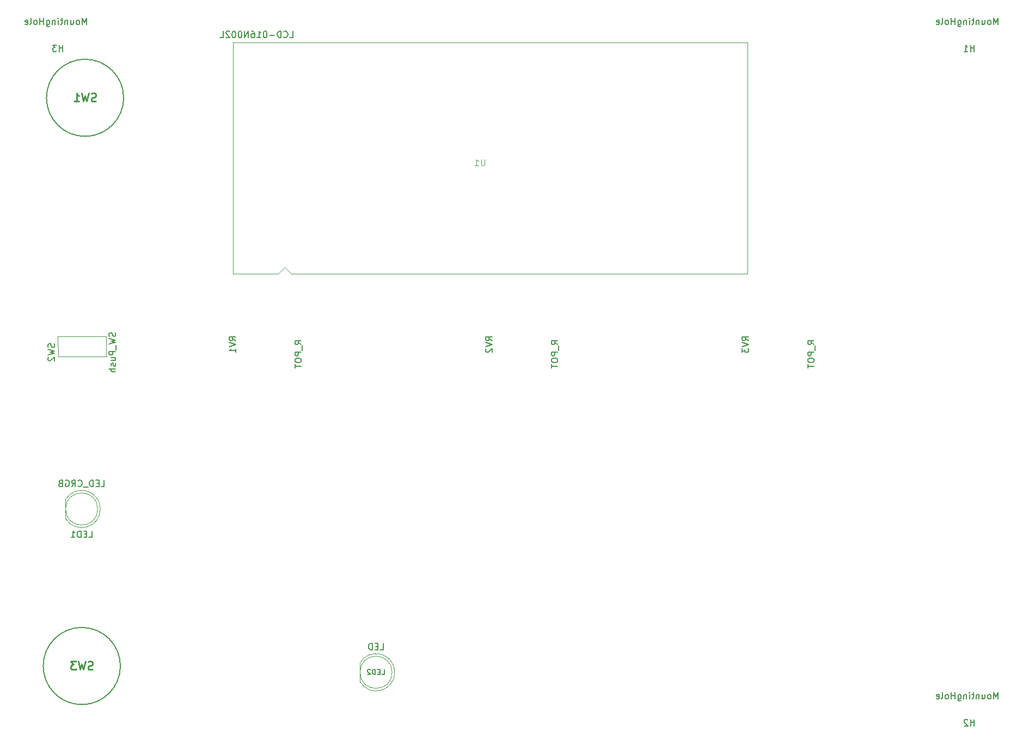
<source format=gbr>
G04 #@! TF.GenerationSoftware,KiCad,Pcbnew,(5.1.5)-3*
G04 #@! TF.CreationDate,2020-05-04T10:21:06+03:00*
G04 #@! TF.ProjectId,respirator-control_rev2,72657370-6972-4617-946f-722d636f6e74,rev?*
G04 #@! TF.SameCoordinates,Original*
G04 #@! TF.FileFunction,Other,Fab,Bot*
%FSLAX46Y46*%
G04 Gerber Fmt 4.6, Leading zero omitted, Abs format (unit mm)*
G04 Created by KiCad (PCBNEW (5.1.5)-3) date 2020-05-04 10:21:06*
%MOMM*%
%LPD*%
G04 APERTURE LIST*
%ADD10C,0.100000*%
%ADD11C,0.200000*%
%ADD12C,0.150000*%
%ADD13C,0.254000*%
G04 APERTURE END LIST*
D10*
X138052500Y-147900694D02*
X138052500Y-144961306D01*
X143052500Y-146431000D02*
G75*
G03X143052500Y-146431000I-2500000J0D01*
G01*
X138052484Y-144961334D02*
G75*
G02X138052500Y-147900694I2500016J-1469666D01*
G01*
D11*
X134576000Y-170855000D02*
X134576000Y-170855000D01*
X146576000Y-170855000D02*
X146576000Y-170855000D01*
X146576000Y-170855000D02*
G75*
G03X134576000Y-170855000I-6000000J0D01*
G01*
X134576000Y-170855000D02*
G75*
G03X146576000Y-170855000I6000000J0D01*
G01*
X135084000Y-82463000D02*
X135084000Y-82463000D01*
X147084000Y-82463000D02*
X147084000Y-82463000D01*
X147084000Y-82463000D02*
G75*
G03X135084000Y-82463000I-6000000J0D01*
G01*
X135084000Y-82463000D02*
G75*
G03X147084000Y-82463000I6000000J0D01*
G01*
D10*
X183835984Y-170361334D02*
G75*
G02X183836000Y-173300694I2500016J-1469666D01*
G01*
X188836000Y-171831000D02*
G75*
G03X188836000Y-171831000I-2500000J0D01*
G01*
X183836000Y-173300694D02*
X183836000Y-170361306D01*
X164112000Y-73815000D02*
X164112000Y-109815000D01*
X244112000Y-73815000D02*
X164112000Y-73815000D01*
X244112000Y-109815000D02*
X244112000Y-73815000D01*
X173112000Y-109815000D02*
X244112000Y-109815000D01*
X171112000Y-109815000D02*
X164112000Y-109815000D01*
X172112000Y-108815000D02*
X171112000Y-109815000D01*
X173112000Y-109815000D02*
X172112000Y-108815000D01*
X144426000Y-122667000D02*
X136926000Y-122667000D01*
X144366000Y-119547000D02*
X144366000Y-122667000D01*
X136866000Y-119547000D02*
X136876000Y-122687000D01*
X144366000Y-119547000D02*
X136866000Y-119547000D01*
D12*
X143576309Y-142923380D02*
X144052500Y-142923380D01*
X144052500Y-141923380D01*
X143242976Y-142399571D02*
X142909642Y-142399571D01*
X142766785Y-142923380D02*
X143242976Y-142923380D01*
X143242976Y-141923380D01*
X142766785Y-141923380D01*
X142338214Y-142923380D02*
X142338214Y-141923380D01*
X142100119Y-141923380D01*
X141957261Y-141971000D01*
X141862023Y-142066238D01*
X141814404Y-142161476D01*
X141766785Y-142351952D01*
X141766785Y-142494809D01*
X141814404Y-142685285D01*
X141862023Y-142780523D01*
X141957261Y-142875761D01*
X142100119Y-142923380D01*
X142338214Y-142923380D01*
X141576309Y-143018619D02*
X140814404Y-143018619D01*
X140004880Y-142828142D02*
X140052500Y-142875761D01*
X140195357Y-142923380D01*
X140290595Y-142923380D01*
X140433452Y-142875761D01*
X140528690Y-142780523D01*
X140576309Y-142685285D01*
X140623928Y-142494809D01*
X140623928Y-142351952D01*
X140576309Y-142161476D01*
X140528690Y-142066238D01*
X140433452Y-141971000D01*
X140290595Y-141923380D01*
X140195357Y-141923380D01*
X140052500Y-141971000D01*
X140004880Y-142018619D01*
X139004880Y-142923380D02*
X139338214Y-142447190D01*
X139576309Y-142923380D02*
X139576309Y-141923380D01*
X139195357Y-141923380D01*
X139100119Y-141971000D01*
X139052500Y-142018619D01*
X139004880Y-142113857D01*
X139004880Y-142256714D01*
X139052500Y-142351952D01*
X139100119Y-142399571D01*
X139195357Y-142447190D01*
X139576309Y-142447190D01*
X138052500Y-141971000D02*
X138147738Y-141923380D01*
X138290595Y-141923380D01*
X138433452Y-141971000D01*
X138528690Y-142066238D01*
X138576309Y-142161476D01*
X138623928Y-142351952D01*
X138623928Y-142494809D01*
X138576309Y-142685285D01*
X138528690Y-142780523D01*
X138433452Y-142875761D01*
X138290595Y-142923380D01*
X138195357Y-142923380D01*
X138052500Y-142875761D01*
X138004880Y-142828142D01*
X138004880Y-142494809D01*
X138195357Y-142494809D01*
X137242976Y-142399571D02*
X137100119Y-142447190D01*
X137052500Y-142494809D01*
X137004880Y-142590047D01*
X137004880Y-142732904D01*
X137052500Y-142828142D01*
X137100119Y-142875761D01*
X137195357Y-142923380D01*
X137576309Y-142923380D01*
X137576309Y-141923380D01*
X137242976Y-141923380D01*
X137147738Y-141971000D01*
X137100119Y-142018619D01*
X137052500Y-142113857D01*
X137052500Y-142209095D01*
X137100119Y-142304333D01*
X137147738Y-142351952D01*
X137242976Y-142399571D01*
X137576309Y-142399571D01*
X141671547Y-150843380D02*
X142147738Y-150843380D01*
X142147738Y-149843380D01*
X141338214Y-150319571D02*
X141004880Y-150319571D01*
X140862023Y-150843380D02*
X141338214Y-150843380D01*
X141338214Y-149843380D01*
X140862023Y-149843380D01*
X140433452Y-150843380D02*
X140433452Y-149843380D01*
X140195357Y-149843380D01*
X140052500Y-149891000D01*
X139957261Y-149986238D01*
X139909642Y-150081476D01*
X139862023Y-150271952D01*
X139862023Y-150414809D01*
X139909642Y-150605285D01*
X139957261Y-150700523D01*
X140052500Y-150795761D01*
X140195357Y-150843380D01*
X140433452Y-150843380D01*
X138909642Y-150843380D02*
X139481071Y-150843380D01*
X139195357Y-150843380D02*
X139195357Y-149843380D01*
X139290595Y-149986238D01*
X139385833Y-150081476D01*
X139481071Y-150129095D01*
X254472380Y-120824809D02*
X253996190Y-120491476D01*
X254472380Y-120253380D02*
X253472380Y-120253380D01*
X253472380Y-120634333D01*
X253520000Y-120729571D01*
X253567619Y-120777190D01*
X253662857Y-120824809D01*
X253805714Y-120824809D01*
X253900952Y-120777190D01*
X253948571Y-120729571D01*
X253996190Y-120634333D01*
X253996190Y-120253380D01*
X254567619Y-121015285D02*
X254567619Y-121777190D01*
X254472380Y-122015285D02*
X253472380Y-122015285D01*
X253472380Y-122396238D01*
X253520000Y-122491476D01*
X253567619Y-122539095D01*
X253662857Y-122586714D01*
X253805714Y-122586714D01*
X253900952Y-122539095D01*
X253948571Y-122491476D01*
X253996190Y-122396238D01*
X253996190Y-122015285D01*
X253472380Y-123205761D02*
X253472380Y-123396238D01*
X253520000Y-123491476D01*
X253615238Y-123586714D01*
X253805714Y-123634333D01*
X254139047Y-123634333D01*
X254329523Y-123586714D01*
X254424761Y-123491476D01*
X254472380Y-123396238D01*
X254472380Y-123205761D01*
X254424761Y-123110523D01*
X254329523Y-123015285D01*
X254139047Y-122967666D01*
X253805714Y-122967666D01*
X253615238Y-123015285D01*
X253520000Y-123110523D01*
X253472380Y-123205761D01*
X253472380Y-123920047D02*
X253472380Y-124491476D01*
X254472380Y-124205761D02*
X253472380Y-124205761D01*
X244272380Y-120255761D02*
X243796190Y-119922428D01*
X244272380Y-119684333D02*
X243272380Y-119684333D01*
X243272380Y-120065285D01*
X243320000Y-120160523D01*
X243367619Y-120208142D01*
X243462857Y-120255761D01*
X243605714Y-120255761D01*
X243700952Y-120208142D01*
X243748571Y-120160523D01*
X243796190Y-120065285D01*
X243796190Y-119684333D01*
X243272380Y-120541476D02*
X244272380Y-120874809D01*
X243272380Y-121208142D01*
X243272380Y-121446238D02*
X243272380Y-122065285D01*
X243653333Y-121731952D01*
X243653333Y-121874809D01*
X243700952Y-121970047D01*
X243748571Y-122017666D01*
X243843809Y-122065285D01*
X244081904Y-122065285D01*
X244177142Y-122017666D01*
X244224761Y-121970047D01*
X244272380Y-121874809D01*
X244272380Y-121589095D01*
X244224761Y-121493857D01*
X244177142Y-121446238D01*
X214594380Y-120824809D02*
X214118190Y-120491476D01*
X214594380Y-120253380D02*
X213594380Y-120253380D01*
X213594380Y-120634333D01*
X213642000Y-120729571D01*
X213689619Y-120777190D01*
X213784857Y-120824809D01*
X213927714Y-120824809D01*
X214022952Y-120777190D01*
X214070571Y-120729571D01*
X214118190Y-120634333D01*
X214118190Y-120253380D01*
X214689619Y-121015285D02*
X214689619Y-121777190D01*
X214594380Y-122015285D02*
X213594380Y-122015285D01*
X213594380Y-122396238D01*
X213642000Y-122491476D01*
X213689619Y-122539095D01*
X213784857Y-122586714D01*
X213927714Y-122586714D01*
X214022952Y-122539095D01*
X214070571Y-122491476D01*
X214118190Y-122396238D01*
X214118190Y-122015285D01*
X213594380Y-123205761D02*
X213594380Y-123396238D01*
X213642000Y-123491476D01*
X213737238Y-123586714D01*
X213927714Y-123634333D01*
X214261047Y-123634333D01*
X214451523Y-123586714D01*
X214546761Y-123491476D01*
X214594380Y-123396238D01*
X214594380Y-123205761D01*
X214546761Y-123110523D01*
X214451523Y-123015285D01*
X214261047Y-122967666D01*
X213927714Y-122967666D01*
X213737238Y-123015285D01*
X213642000Y-123110523D01*
X213594380Y-123205761D01*
X213594380Y-123920047D02*
X213594380Y-124491476D01*
X214594380Y-124205761D02*
X213594380Y-124205761D01*
X204394380Y-120255761D02*
X203918190Y-119922428D01*
X204394380Y-119684333D02*
X203394380Y-119684333D01*
X203394380Y-120065285D01*
X203442000Y-120160523D01*
X203489619Y-120208142D01*
X203584857Y-120255761D01*
X203727714Y-120255761D01*
X203822952Y-120208142D01*
X203870571Y-120160523D01*
X203918190Y-120065285D01*
X203918190Y-119684333D01*
X203394380Y-120541476D02*
X204394380Y-120874809D01*
X203394380Y-121208142D01*
X203489619Y-121493857D02*
X203442000Y-121541476D01*
X203394380Y-121636714D01*
X203394380Y-121874809D01*
X203442000Y-121970047D01*
X203489619Y-122017666D01*
X203584857Y-122065285D01*
X203680095Y-122065285D01*
X203822952Y-122017666D01*
X204394380Y-121446238D01*
X204394380Y-122065285D01*
X174716380Y-120824809D02*
X174240190Y-120491476D01*
X174716380Y-120253380D02*
X173716380Y-120253380D01*
X173716380Y-120634333D01*
X173764000Y-120729571D01*
X173811619Y-120777190D01*
X173906857Y-120824809D01*
X174049714Y-120824809D01*
X174144952Y-120777190D01*
X174192571Y-120729571D01*
X174240190Y-120634333D01*
X174240190Y-120253380D01*
X174811619Y-121015285D02*
X174811619Y-121777190D01*
X174716380Y-122015285D02*
X173716380Y-122015285D01*
X173716380Y-122396238D01*
X173764000Y-122491476D01*
X173811619Y-122539095D01*
X173906857Y-122586714D01*
X174049714Y-122586714D01*
X174144952Y-122539095D01*
X174192571Y-122491476D01*
X174240190Y-122396238D01*
X174240190Y-122015285D01*
X173716380Y-123205761D02*
X173716380Y-123396238D01*
X173764000Y-123491476D01*
X173859238Y-123586714D01*
X174049714Y-123634333D01*
X174383047Y-123634333D01*
X174573523Y-123586714D01*
X174668761Y-123491476D01*
X174716380Y-123396238D01*
X174716380Y-123205761D01*
X174668761Y-123110523D01*
X174573523Y-123015285D01*
X174383047Y-122967666D01*
X174049714Y-122967666D01*
X173859238Y-123015285D01*
X173764000Y-123110523D01*
X173716380Y-123205761D01*
X173716380Y-123920047D02*
X173716380Y-124491476D01*
X174716380Y-124205761D02*
X173716380Y-124205761D01*
X164516380Y-120255761D02*
X164040190Y-119922428D01*
X164516380Y-119684333D02*
X163516380Y-119684333D01*
X163516380Y-120065285D01*
X163564000Y-120160523D01*
X163611619Y-120208142D01*
X163706857Y-120255761D01*
X163849714Y-120255761D01*
X163944952Y-120208142D01*
X163992571Y-120160523D01*
X164040190Y-120065285D01*
X164040190Y-119684333D01*
X163516380Y-120541476D02*
X164516380Y-120874809D01*
X163516380Y-121208142D01*
X164516380Y-122065285D02*
X164516380Y-121493857D01*
X164516380Y-121779571D02*
X163516380Y-121779571D01*
X163659238Y-121684333D01*
X163754476Y-121589095D01*
X163802095Y-121493857D01*
D13*
X142269333Y-171369047D02*
X142087904Y-171429523D01*
X141785523Y-171429523D01*
X141664571Y-171369047D01*
X141604095Y-171308571D01*
X141543619Y-171187619D01*
X141543619Y-171066666D01*
X141604095Y-170945714D01*
X141664571Y-170885238D01*
X141785523Y-170824761D01*
X142027428Y-170764285D01*
X142148380Y-170703809D01*
X142208857Y-170643333D01*
X142269333Y-170522380D01*
X142269333Y-170401428D01*
X142208857Y-170280476D01*
X142148380Y-170220000D01*
X142027428Y-170159523D01*
X141725047Y-170159523D01*
X141543619Y-170220000D01*
X141120285Y-170159523D02*
X140817904Y-171429523D01*
X140576000Y-170522380D01*
X140334095Y-171429523D01*
X140031714Y-170159523D01*
X139668857Y-170159523D02*
X138882666Y-170159523D01*
X139306000Y-170643333D01*
X139124571Y-170643333D01*
X139003619Y-170703809D01*
X138943142Y-170764285D01*
X138882666Y-170885238D01*
X138882666Y-171187619D01*
X138943142Y-171308571D01*
X139003619Y-171369047D01*
X139124571Y-171429523D01*
X139487428Y-171429523D01*
X139608380Y-171369047D01*
X139668857Y-171308571D01*
X142777333Y-82977047D02*
X142595904Y-83037523D01*
X142293523Y-83037523D01*
X142172571Y-82977047D01*
X142112095Y-82916571D01*
X142051619Y-82795619D01*
X142051619Y-82674666D01*
X142112095Y-82553714D01*
X142172571Y-82493238D01*
X142293523Y-82432761D01*
X142535428Y-82372285D01*
X142656380Y-82311809D01*
X142716857Y-82251333D01*
X142777333Y-82130380D01*
X142777333Y-82009428D01*
X142716857Y-81888476D01*
X142656380Y-81828000D01*
X142535428Y-81767523D01*
X142233047Y-81767523D01*
X142051619Y-81828000D01*
X141628285Y-81767523D02*
X141325904Y-83037523D01*
X141084000Y-82130380D01*
X140842095Y-83037523D01*
X140539714Y-81767523D01*
X139390666Y-83037523D02*
X140116380Y-83037523D01*
X139753523Y-83037523D02*
X139753523Y-81767523D01*
X139874476Y-81948952D01*
X139995428Y-82069904D01*
X140116380Y-82130380D01*
D12*
X186978857Y-168323380D02*
X187455047Y-168323380D01*
X187455047Y-167323380D01*
X186645523Y-167799571D02*
X186312190Y-167799571D01*
X186169333Y-168323380D02*
X186645523Y-168323380D01*
X186645523Y-167323380D01*
X186169333Y-167323380D01*
X185740761Y-168323380D02*
X185740761Y-167323380D01*
X185502666Y-167323380D01*
X185359809Y-167371000D01*
X185264571Y-167466238D01*
X185216952Y-167561476D01*
X185169333Y-167751952D01*
X185169333Y-167894809D01*
X185216952Y-168085285D01*
X185264571Y-168180523D01*
X185359809Y-168275761D01*
X185502666Y-168323380D01*
X185740761Y-168323380D01*
D11*
X187211238Y-172192904D02*
X187592190Y-172192904D01*
X187592190Y-171392904D01*
X186944571Y-171773857D02*
X186677904Y-171773857D01*
X186563619Y-172192904D02*
X186944571Y-172192904D01*
X186944571Y-171392904D01*
X186563619Y-171392904D01*
X186220761Y-172192904D02*
X186220761Y-171392904D01*
X186030285Y-171392904D01*
X185916000Y-171431000D01*
X185839809Y-171507190D01*
X185801714Y-171583380D01*
X185763619Y-171735761D01*
X185763619Y-171850047D01*
X185801714Y-172002428D01*
X185839809Y-172078619D01*
X185916000Y-172154809D01*
X186030285Y-172192904D01*
X186220761Y-172192904D01*
X185458857Y-171469095D02*
X185420761Y-171431000D01*
X185344571Y-171392904D01*
X185154095Y-171392904D01*
X185077904Y-171431000D01*
X185039809Y-171469095D01*
X185001714Y-171545285D01*
X185001714Y-171621476D01*
X185039809Y-171735761D01*
X185496952Y-172192904D01*
X185001714Y-172192904D01*
D12*
X172897238Y-73107380D02*
X173373428Y-73107380D01*
X173373428Y-72107380D01*
X171992476Y-73012142D02*
X172040095Y-73059761D01*
X172182952Y-73107380D01*
X172278190Y-73107380D01*
X172421047Y-73059761D01*
X172516285Y-72964523D01*
X172563904Y-72869285D01*
X172611523Y-72678809D01*
X172611523Y-72535952D01*
X172563904Y-72345476D01*
X172516285Y-72250238D01*
X172421047Y-72155000D01*
X172278190Y-72107380D01*
X172182952Y-72107380D01*
X172040095Y-72155000D01*
X171992476Y-72202619D01*
X171563904Y-73107380D02*
X171563904Y-72107380D01*
X171325809Y-72107380D01*
X171182952Y-72155000D01*
X171087714Y-72250238D01*
X171040095Y-72345476D01*
X170992476Y-72535952D01*
X170992476Y-72678809D01*
X171040095Y-72869285D01*
X171087714Y-72964523D01*
X171182952Y-73059761D01*
X171325809Y-73107380D01*
X171563904Y-73107380D01*
X170563904Y-72726428D02*
X169802000Y-72726428D01*
X169135333Y-72107380D02*
X169040095Y-72107380D01*
X168944857Y-72155000D01*
X168897238Y-72202619D01*
X168849619Y-72297857D01*
X168802000Y-72488333D01*
X168802000Y-72726428D01*
X168849619Y-72916904D01*
X168897238Y-73012142D01*
X168944857Y-73059761D01*
X169040095Y-73107380D01*
X169135333Y-73107380D01*
X169230571Y-73059761D01*
X169278190Y-73012142D01*
X169325809Y-72916904D01*
X169373428Y-72726428D01*
X169373428Y-72488333D01*
X169325809Y-72297857D01*
X169278190Y-72202619D01*
X169230571Y-72155000D01*
X169135333Y-72107380D01*
X167849619Y-73107380D02*
X168421047Y-73107380D01*
X168135333Y-73107380D02*
X168135333Y-72107380D01*
X168230571Y-72250238D01*
X168325809Y-72345476D01*
X168421047Y-72393095D01*
X166992476Y-72107380D02*
X167182952Y-72107380D01*
X167278190Y-72155000D01*
X167325809Y-72202619D01*
X167421047Y-72345476D01*
X167468666Y-72535952D01*
X167468666Y-72916904D01*
X167421047Y-73012142D01*
X167373428Y-73059761D01*
X167278190Y-73107380D01*
X167087714Y-73107380D01*
X166992476Y-73059761D01*
X166944857Y-73012142D01*
X166897238Y-72916904D01*
X166897238Y-72678809D01*
X166944857Y-72583571D01*
X166992476Y-72535952D01*
X167087714Y-72488333D01*
X167278190Y-72488333D01*
X167373428Y-72535952D01*
X167421047Y-72583571D01*
X167468666Y-72678809D01*
X166468666Y-73107380D02*
X166468666Y-72107380D01*
X165897238Y-73107380D01*
X165897238Y-72107380D01*
X165230571Y-72107380D02*
X165135333Y-72107380D01*
X165040095Y-72155000D01*
X164992476Y-72202619D01*
X164944857Y-72297857D01*
X164897238Y-72488333D01*
X164897238Y-72726428D01*
X164944857Y-72916904D01*
X164992476Y-73012142D01*
X165040095Y-73059761D01*
X165135333Y-73107380D01*
X165230571Y-73107380D01*
X165325809Y-73059761D01*
X165373428Y-73012142D01*
X165421047Y-72916904D01*
X165468666Y-72726428D01*
X165468666Y-72488333D01*
X165421047Y-72297857D01*
X165373428Y-72202619D01*
X165325809Y-72155000D01*
X165230571Y-72107380D01*
X164278190Y-72107380D02*
X164182952Y-72107380D01*
X164087714Y-72155000D01*
X164040095Y-72202619D01*
X163992476Y-72297857D01*
X163944857Y-72488333D01*
X163944857Y-72726428D01*
X163992476Y-72916904D01*
X164040095Y-73012142D01*
X164087714Y-73059761D01*
X164182952Y-73107380D01*
X164278190Y-73107380D01*
X164373428Y-73059761D01*
X164421047Y-73012142D01*
X164468666Y-72916904D01*
X164516285Y-72726428D01*
X164516285Y-72488333D01*
X164468666Y-72297857D01*
X164421047Y-72202619D01*
X164373428Y-72155000D01*
X164278190Y-72107380D01*
X163563904Y-72202619D02*
X163516285Y-72155000D01*
X163421047Y-72107380D01*
X163182952Y-72107380D01*
X163087714Y-72155000D01*
X163040095Y-72202619D01*
X162992476Y-72297857D01*
X162992476Y-72393095D01*
X163040095Y-72535952D01*
X163611523Y-73107380D01*
X162992476Y-73107380D01*
X162087714Y-73107380D02*
X162563904Y-73107380D01*
X162563904Y-72107380D01*
D10*
X203243904Y-92027380D02*
X203243904Y-92836904D01*
X203196285Y-92932142D01*
X203148666Y-92979761D01*
X203053428Y-93027380D01*
X202862952Y-93027380D01*
X202767714Y-92979761D01*
X202720095Y-92932142D01*
X202672476Y-92836904D01*
X202672476Y-92027380D01*
X201672476Y-93027380D02*
X202243904Y-93027380D01*
X201958190Y-93027380D02*
X201958190Y-92027380D01*
X202053428Y-92170238D01*
X202148666Y-92265476D01*
X202243904Y-92313095D01*
D12*
X145780761Y-118999380D02*
X145828380Y-119142238D01*
X145828380Y-119380333D01*
X145780761Y-119475571D01*
X145733142Y-119523190D01*
X145637904Y-119570809D01*
X145542666Y-119570809D01*
X145447428Y-119523190D01*
X145399809Y-119475571D01*
X145352190Y-119380333D01*
X145304571Y-119189857D01*
X145256952Y-119094619D01*
X145209333Y-119047000D01*
X145114095Y-118999380D01*
X145018857Y-118999380D01*
X144923619Y-119047000D01*
X144876000Y-119094619D01*
X144828380Y-119189857D01*
X144828380Y-119427952D01*
X144876000Y-119570809D01*
X144828380Y-119904142D02*
X145828380Y-120142238D01*
X145114095Y-120332714D01*
X145828380Y-120523190D01*
X144828380Y-120761285D01*
X145923619Y-120904142D02*
X145923619Y-121666047D01*
X145828380Y-121904142D02*
X144828380Y-121904142D01*
X144828380Y-122285095D01*
X144876000Y-122380333D01*
X144923619Y-122427952D01*
X145018857Y-122475571D01*
X145161714Y-122475571D01*
X145256952Y-122427952D01*
X145304571Y-122380333D01*
X145352190Y-122285095D01*
X145352190Y-121904142D01*
X145161714Y-123332714D02*
X145828380Y-123332714D01*
X145161714Y-122904142D02*
X145685523Y-122904142D01*
X145780761Y-122951761D01*
X145828380Y-123047000D01*
X145828380Y-123189857D01*
X145780761Y-123285095D01*
X145733142Y-123332714D01*
X145780761Y-123761285D02*
X145828380Y-123856523D01*
X145828380Y-124047000D01*
X145780761Y-124142238D01*
X145685523Y-124189857D01*
X145637904Y-124189857D01*
X145542666Y-124142238D01*
X145495047Y-124047000D01*
X145495047Y-123904142D01*
X145447428Y-123808904D01*
X145352190Y-123761285D01*
X145304571Y-123761285D01*
X145209333Y-123808904D01*
X145161714Y-123904142D01*
X145161714Y-124047000D01*
X145209333Y-124142238D01*
X145828380Y-124618428D02*
X144828380Y-124618428D01*
X145828380Y-125047000D02*
X145304571Y-125047000D01*
X145209333Y-124999380D01*
X145161714Y-124904142D01*
X145161714Y-124761285D01*
X145209333Y-124666047D01*
X145256952Y-124618428D01*
X136280761Y-120713666D02*
X136328380Y-120856523D01*
X136328380Y-121094619D01*
X136280761Y-121189857D01*
X136233142Y-121237476D01*
X136137904Y-121285095D01*
X136042666Y-121285095D01*
X135947428Y-121237476D01*
X135899809Y-121189857D01*
X135852190Y-121094619D01*
X135804571Y-120904142D01*
X135756952Y-120808904D01*
X135709333Y-120761285D01*
X135614095Y-120713666D01*
X135518857Y-120713666D01*
X135423619Y-120761285D01*
X135376000Y-120808904D01*
X135328380Y-120904142D01*
X135328380Y-121142238D01*
X135376000Y-121285095D01*
X135328380Y-121618428D02*
X136328380Y-121856523D01*
X135614095Y-122047000D01*
X136328380Y-122237476D01*
X135328380Y-122475571D01*
X135423619Y-122808904D02*
X135376000Y-122856523D01*
X135328380Y-122951761D01*
X135328380Y-123189857D01*
X135376000Y-123285095D01*
X135423619Y-123332714D01*
X135518857Y-123380333D01*
X135614095Y-123380333D01*
X135756952Y-123332714D01*
X136328380Y-122761285D01*
X136328380Y-123380333D01*
X141337714Y-71055380D02*
X141337714Y-70055380D01*
X141004380Y-70769666D01*
X140671047Y-70055380D01*
X140671047Y-71055380D01*
X140052000Y-71055380D02*
X140147238Y-71007761D01*
X140194857Y-70960142D01*
X140242476Y-70864904D01*
X140242476Y-70579190D01*
X140194857Y-70483952D01*
X140147238Y-70436333D01*
X140052000Y-70388714D01*
X139909142Y-70388714D01*
X139813904Y-70436333D01*
X139766285Y-70483952D01*
X139718666Y-70579190D01*
X139718666Y-70864904D01*
X139766285Y-70960142D01*
X139813904Y-71007761D01*
X139909142Y-71055380D01*
X140052000Y-71055380D01*
X138861523Y-70388714D02*
X138861523Y-71055380D01*
X139290095Y-70388714D02*
X139290095Y-70912523D01*
X139242476Y-71007761D01*
X139147238Y-71055380D01*
X139004380Y-71055380D01*
X138909142Y-71007761D01*
X138861523Y-70960142D01*
X138385333Y-70388714D02*
X138385333Y-71055380D01*
X138385333Y-70483952D02*
X138337714Y-70436333D01*
X138242476Y-70388714D01*
X138099619Y-70388714D01*
X138004380Y-70436333D01*
X137956761Y-70531571D01*
X137956761Y-71055380D01*
X137623428Y-70388714D02*
X137242476Y-70388714D01*
X137480571Y-70055380D02*
X137480571Y-70912523D01*
X137432952Y-71007761D01*
X137337714Y-71055380D01*
X137242476Y-71055380D01*
X136909142Y-71055380D02*
X136909142Y-70388714D01*
X136909142Y-70055380D02*
X136956761Y-70103000D01*
X136909142Y-70150619D01*
X136861523Y-70103000D01*
X136909142Y-70055380D01*
X136909142Y-70150619D01*
X136432952Y-70388714D02*
X136432952Y-71055380D01*
X136432952Y-70483952D02*
X136385333Y-70436333D01*
X136290095Y-70388714D01*
X136147238Y-70388714D01*
X136052000Y-70436333D01*
X136004380Y-70531571D01*
X136004380Y-71055380D01*
X135099619Y-70388714D02*
X135099619Y-71198238D01*
X135147238Y-71293476D01*
X135194857Y-71341095D01*
X135290095Y-71388714D01*
X135432952Y-71388714D01*
X135528190Y-71341095D01*
X135099619Y-71007761D02*
X135194857Y-71055380D01*
X135385333Y-71055380D01*
X135480571Y-71007761D01*
X135528190Y-70960142D01*
X135575809Y-70864904D01*
X135575809Y-70579190D01*
X135528190Y-70483952D01*
X135480571Y-70436333D01*
X135385333Y-70388714D01*
X135194857Y-70388714D01*
X135099619Y-70436333D01*
X134623428Y-71055380D02*
X134623428Y-70055380D01*
X134623428Y-70531571D02*
X134052000Y-70531571D01*
X134052000Y-71055380D02*
X134052000Y-70055380D01*
X133432952Y-71055380D02*
X133528190Y-71007761D01*
X133575809Y-70960142D01*
X133623428Y-70864904D01*
X133623428Y-70579190D01*
X133575809Y-70483952D01*
X133528190Y-70436333D01*
X133432952Y-70388714D01*
X133290095Y-70388714D01*
X133194857Y-70436333D01*
X133147238Y-70483952D01*
X133099619Y-70579190D01*
X133099619Y-70864904D01*
X133147238Y-70960142D01*
X133194857Y-71007761D01*
X133290095Y-71055380D01*
X133432952Y-71055380D01*
X132528190Y-71055380D02*
X132623428Y-71007761D01*
X132671047Y-70912523D01*
X132671047Y-70055380D01*
X131766285Y-71007761D02*
X131861523Y-71055380D01*
X132052000Y-71055380D01*
X132147238Y-71007761D01*
X132194857Y-70912523D01*
X132194857Y-70531571D01*
X132147238Y-70436333D01*
X132052000Y-70388714D01*
X131861523Y-70388714D01*
X131766285Y-70436333D01*
X131718666Y-70531571D01*
X131718666Y-70626809D01*
X132194857Y-70722047D01*
X137613904Y-75255380D02*
X137613904Y-74255380D01*
X137613904Y-74731571D02*
X137042476Y-74731571D01*
X137042476Y-75255380D02*
X137042476Y-74255380D01*
X136661523Y-74255380D02*
X136042476Y-74255380D01*
X136375809Y-74636333D01*
X136232952Y-74636333D01*
X136137714Y-74683952D01*
X136090095Y-74731571D01*
X136042476Y-74826809D01*
X136042476Y-75064904D01*
X136090095Y-75160142D01*
X136137714Y-75207761D01*
X136232952Y-75255380D01*
X136518666Y-75255380D01*
X136613904Y-75207761D01*
X136661523Y-75160142D01*
X283069714Y-175957380D02*
X283069714Y-174957380D01*
X282736380Y-175671666D01*
X282403047Y-174957380D01*
X282403047Y-175957380D01*
X281784000Y-175957380D02*
X281879238Y-175909761D01*
X281926857Y-175862142D01*
X281974476Y-175766904D01*
X281974476Y-175481190D01*
X281926857Y-175385952D01*
X281879238Y-175338333D01*
X281784000Y-175290714D01*
X281641142Y-175290714D01*
X281545904Y-175338333D01*
X281498285Y-175385952D01*
X281450666Y-175481190D01*
X281450666Y-175766904D01*
X281498285Y-175862142D01*
X281545904Y-175909761D01*
X281641142Y-175957380D01*
X281784000Y-175957380D01*
X280593523Y-175290714D02*
X280593523Y-175957380D01*
X281022095Y-175290714D02*
X281022095Y-175814523D01*
X280974476Y-175909761D01*
X280879238Y-175957380D01*
X280736380Y-175957380D01*
X280641142Y-175909761D01*
X280593523Y-175862142D01*
X280117333Y-175290714D02*
X280117333Y-175957380D01*
X280117333Y-175385952D02*
X280069714Y-175338333D01*
X279974476Y-175290714D01*
X279831619Y-175290714D01*
X279736380Y-175338333D01*
X279688761Y-175433571D01*
X279688761Y-175957380D01*
X279355428Y-175290714D02*
X278974476Y-175290714D01*
X279212571Y-174957380D02*
X279212571Y-175814523D01*
X279164952Y-175909761D01*
X279069714Y-175957380D01*
X278974476Y-175957380D01*
X278641142Y-175957380D02*
X278641142Y-175290714D01*
X278641142Y-174957380D02*
X278688761Y-175005000D01*
X278641142Y-175052619D01*
X278593523Y-175005000D01*
X278641142Y-174957380D01*
X278641142Y-175052619D01*
X278164952Y-175290714D02*
X278164952Y-175957380D01*
X278164952Y-175385952D02*
X278117333Y-175338333D01*
X278022095Y-175290714D01*
X277879238Y-175290714D01*
X277784000Y-175338333D01*
X277736380Y-175433571D01*
X277736380Y-175957380D01*
X276831619Y-175290714D02*
X276831619Y-176100238D01*
X276879238Y-176195476D01*
X276926857Y-176243095D01*
X277022095Y-176290714D01*
X277164952Y-176290714D01*
X277260190Y-176243095D01*
X276831619Y-175909761D02*
X276926857Y-175957380D01*
X277117333Y-175957380D01*
X277212571Y-175909761D01*
X277260190Y-175862142D01*
X277307809Y-175766904D01*
X277307809Y-175481190D01*
X277260190Y-175385952D01*
X277212571Y-175338333D01*
X277117333Y-175290714D01*
X276926857Y-175290714D01*
X276831619Y-175338333D01*
X276355428Y-175957380D02*
X276355428Y-174957380D01*
X276355428Y-175433571D02*
X275784000Y-175433571D01*
X275784000Y-175957380D02*
X275784000Y-174957380D01*
X275164952Y-175957380D02*
X275260190Y-175909761D01*
X275307809Y-175862142D01*
X275355428Y-175766904D01*
X275355428Y-175481190D01*
X275307809Y-175385952D01*
X275260190Y-175338333D01*
X275164952Y-175290714D01*
X275022095Y-175290714D01*
X274926857Y-175338333D01*
X274879238Y-175385952D01*
X274831619Y-175481190D01*
X274831619Y-175766904D01*
X274879238Y-175862142D01*
X274926857Y-175909761D01*
X275022095Y-175957380D01*
X275164952Y-175957380D01*
X274260190Y-175957380D02*
X274355428Y-175909761D01*
X274403047Y-175814523D01*
X274403047Y-174957380D01*
X273498285Y-175909761D02*
X273593523Y-175957380D01*
X273784000Y-175957380D01*
X273879238Y-175909761D01*
X273926857Y-175814523D01*
X273926857Y-175433571D01*
X273879238Y-175338333D01*
X273784000Y-175290714D01*
X273593523Y-175290714D01*
X273498285Y-175338333D01*
X273450666Y-175433571D01*
X273450666Y-175528809D01*
X273926857Y-175624047D01*
X279345904Y-180157380D02*
X279345904Y-179157380D01*
X279345904Y-179633571D02*
X278774476Y-179633571D01*
X278774476Y-180157380D02*
X278774476Y-179157380D01*
X278345904Y-179252619D02*
X278298285Y-179205000D01*
X278203047Y-179157380D01*
X277964952Y-179157380D01*
X277869714Y-179205000D01*
X277822095Y-179252619D01*
X277774476Y-179347857D01*
X277774476Y-179443095D01*
X277822095Y-179585952D01*
X278393523Y-180157380D01*
X277774476Y-180157380D01*
X283069714Y-71055380D02*
X283069714Y-70055380D01*
X282736380Y-70769666D01*
X282403047Y-70055380D01*
X282403047Y-71055380D01*
X281784000Y-71055380D02*
X281879238Y-71007761D01*
X281926857Y-70960142D01*
X281974476Y-70864904D01*
X281974476Y-70579190D01*
X281926857Y-70483952D01*
X281879238Y-70436333D01*
X281784000Y-70388714D01*
X281641142Y-70388714D01*
X281545904Y-70436333D01*
X281498285Y-70483952D01*
X281450666Y-70579190D01*
X281450666Y-70864904D01*
X281498285Y-70960142D01*
X281545904Y-71007761D01*
X281641142Y-71055380D01*
X281784000Y-71055380D01*
X280593523Y-70388714D02*
X280593523Y-71055380D01*
X281022095Y-70388714D02*
X281022095Y-70912523D01*
X280974476Y-71007761D01*
X280879238Y-71055380D01*
X280736380Y-71055380D01*
X280641142Y-71007761D01*
X280593523Y-70960142D01*
X280117333Y-70388714D02*
X280117333Y-71055380D01*
X280117333Y-70483952D02*
X280069714Y-70436333D01*
X279974476Y-70388714D01*
X279831619Y-70388714D01*
X279736380Y-70436333D01*
X279688761Y-70531571D01*
X279688761Y-71055380D01*
X279355428Y-70388714D02*
X278974476Y-70388714D01*
X279212571Y-70055380D02*
X279212571Y-70912523D01*
X279164952Y-71007761D01*
X279069714Y-71055380D01*
X278974476Y-71055380D01*
X278641142Y-71055380D02*
X278641142Y-70388714D01*
X278641142Y-70055380D02*
X278688761Y-70103000D01*
X278641142Y-70150619D01*
X278593523Y-70103000D01*
X278641142Y-70055380D01*
X278641142Y-70150619D01*
X278164952Y-70388714D02*
X278164952Y-71055380D01*
X278164952Y-70483952D02*
X278117333Y-70436333D01*
X278022095Y-70388714D01*
X277879238Y-70388714D01*
X277784000Y-70436333D01*
X277736380Y-70531571D01*
X277736380Y-71055380D01*
X276831619Y-70388714D02*
X276831619Y-71198238D01*
X276879238Y-71293476D01*
X276926857Y-71341095D01*
X277022095Y-71388714D01*
X277164952Y-71388714D01*
X277260190Y-71341095D01*
X276831619Y-71007761D02*
X276926857Y-71055380D01*
X277117333Y-71055380D01*
X277212571Y-71007761D01*
X277260190Y-70960142D01*
X277307809Y-70864904D01*
X277307809Y-70579190D01*
X277260190Y-70483952D01*
X277212571Y-70436333D01*
X277117333Y-70388714D01*
X276926857Y-70388714D01*
X276831619Y-70436333D01*
X276355428Y-71055380D02*
X276355428Y-70055380D01*
X276355428Y-70531571D02*
X275784000Y-70531571D01*
X275784000Y-71055380D02*
X275784000Y-70055380D01*
X275164952Y-71055380D02*
X275260190Y-71007761D01*
X275307809Y-70960142D01*
X275355428Y-70864904D01*
X275355428Y-70579190D01*
X275307809Y-70483952D01*
X275260190Y-70436333D01*
X275164952Y-70388714D01*
X275022095Y-70388714D01*
X274926857Y-70436333D01*
X274879238Y-70483952D01*
X274831619Y-70579190D01*
X274831619Y-70864904D01*
X274879238Y-70960142D01*
X274926857Y-71007761D01*
X275022095Y-71055380D01*
X275164952Y-71055380D01*
X274260190Y-71055380D02*
X274355428Y-71007761D01*
X274403047Y-70912523D01*
X274403047Y-70055380D01*
X273498285Y-71007761D02*
X273593523Y-71055380D01*
X273784000Y-71055380D01*
X273879238Y-71007761D01*
X273926857Y-70912523D01*
X273926857Y-70531571D01*
X273879238Y-70436333D01*
X273784000Y-70388714D01*
X273593523Y-70388714D01*
X273498285Y-70436333D01*
X273450666Y-70531571D01*
X273450666Y-70626809D01*
X273926857Y-70722047D01*
X279345904Y-75255380D02*
X279345904Y-74255380D01*
X279345904Y-74731571D02*
X278774476Y-74731571D01*
X278774476Y-75255380D02*
X278774476Y-74255380D01*
X277774476Y-75255380D02*
X278345904Y-75255380D01*
X278060190Y-75255380D02*
X278060190Y-74255380D01*
X278155428Y-74398238D01*
X278250666Y-74493476D01*
X278345904Y-74541095D01*
M02*

</source>
